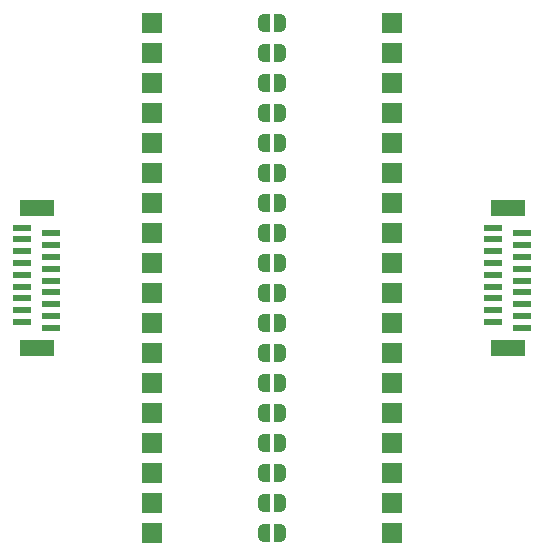
<source format=gbr>
%TF.GenerationSoftware,KiCad,Pcbnew,7.0.7-7.0.7~ubuntu22.04.1*%
%TF.CreationDate,2023-09-08T15:57:27+01:00*%
%TF.ProjectId,bridge,62726964-6765-42e6-9b69-6361645f7063,rev?*%
%TF.SameCoordinates,Original*%
%TF.FileFunction,Soldermask,Top*%
%TF.FilePolarity,Negative*%
%FSLAX46Y46*%
G04 Gerber Fmt 4.6, Leading zero omitted, Abs format (unit mm)*
G04 Created by KiCad (PCBNEW 7.0.7-7.0.7~ubuntu22.04.1) date 2023-09-08 15:57:27*
%MOMM*%
%LPD*%
G01*
G04 APERTURE LIST*
G04 Aperture macros list*
%AMFreePoly0*
4,1,19,0.500000,-0.750000,0.000000,-0.750000,0.000000,-0.744911,-0.071157,-0.744911,-0.207708,-0.704816,-0.327430,-0.627875,-0.420627,-0.520320,-0.479746,-0.390866,-0.500000,-0.250000,-0.500000,0.250000,-0.479746,0.390866,-0.420627,0.520320,-0.327430,0.627875,-0.207708,0.704816,-0.071157,0.744911,0.000000,0.744911,0.000000,0.750000,0.500000,0.750000,0.500000,-0.750000,0.500000,-0.750000,
$1*%
%AMFreePoly1*
4,1,19,0.000000,0.744911,0.071157,0.744911,0.207708,0.704816,0.327430,0.627875,0.420627,0.520320,0.479746,0.390866,0.500000,0.250000,0.500000,-0.250000,0.479746,-0.390866,0.420627,-0.520320,0.327430,-0.627875,0.207708,-0.704816,0.071157,-0.744911,0.000000,-0.744911,0.000000,-0.750000,-0.500000,-0.750000,-0.500000,0.750000,0.000000,0.750000,0.000000,0.744911,0.000000,0.744911,
$1*%
G04 Aperture macros list end*
%ADD10R,1.700000X1.700000*%
%ADD11FreePoly0,180.000000*%
%ADD12FreePoly1,180.000000*%
%ADD13R,1.600200X0.508000*%
%ADD14R,2.895600X1.397000*%
G04 APERTURE END LIST*
D10*
%TO.C,TP15*%
X140160000Y-123970000D03*
%TD*%
D11*
%TO.C,JP9*%
X130650000Y-108730000D03*
D12*
X129350000Y-108730000D03*
%TD*%
D11*
%TO.C,JP14*%
X130650000Y-121430000D03*
D12*
X129350000Y-121430000D03*
%TD*%
D10*
%TO.C,TP19*%
X119840000Y-88410000D03*
%TD*%
%TO.C,TP12*%
X140160000Y-116350000D03*
%TD*%
%TO.C,TP7*%
X140160000Y-103650000D03*
%TD*%
%TO.C,TP31*%
X119840000Y-118890000D03*
%TD*%
%TO.C,TP10*%
X140160000Y-111270000D03*
%TD*%
%TO.C,TP35*%
X119840000Y-129050000D03*
%TD*%
%TO.C,TP11*%
X140160000Y-113810000D03*
%TD*%
%TO.C,TP33*%
X119840000Y-123970000D03*
%TD*%
%TO.C,TP5*%
X140160000Y-98570000D03*
%TD*%
D11*
%TO.C,JP11*%
X130650000Y-113810000D03*
D12*
X129350000Y-113810000D03*
%TD*%
D11*
%TO.C,JP5*%
X130650000Y-98570000D03*
D12*
X129350000Y-98570000D03*
%TD*%
D10*
%TO.C,TP13*%
X140160000Y-118890000D03*
%TD*%
%TO.C,TP28*%
X119840000Y-111270000D03*
%TD*%
D13*
%TO.C,J1*%
X151143000Y-114249999D03*
X148730000Y-113750000D03*
X151143000Y-113250001D03*
X148730000Y-112749999D03*
X151143000Y-112250000D03*
X148730000Y-111749999D03*
X151143000Y-111250000D03*
X148730000Y-110750001D03*
X151143000Y-110249999D03*
X148730000Y-109750000D03*
X151143000Y-109250001D03*
X148730000Y-108750000D03*
X151143000Y-108250001D03*
X148730000Y-107749999D03*
X151143000Y-107250000D03*
X148730000Y-106750001D03*
X151143000Y-106250000D03*
X148730000Y-105750001D03*
D14*
X149949200Y-115943600D03*
X149949200Y-104056400D03*
%TD*%
D10*
%TO.C,TP16*%
X140160000Y-126510000D03*
%TD*%
%TO.C,TP1*%
X140160000Y-88410000D03*
%TD*%
%TO.C,TP20*%
X119840000Y-90950000D03*
%TD*%
%TO.C,TP26*%
X119840000Y-106190000D03*
%TD*%
D11*
%TO.C,JP7*%
X130650000Y-103650000D03*
D12*
X129350000Y-103650000D03*
%TD*%
D10*
%TO.C,TP25*%
X119840000Y-103650000D03*
%TD*%
%TO.C,TP4*%
X140160000Y-96030000D03*
%TD*%
D11*
%TO.C,JP1*%
X130650000Y-88410000D03*
D12*
X129350000Y-88410000D03*
%TD*%
D11*
%TO.C,JP4*%
X130650000Y-96030000D03*
D12*
X129350000Y-96030000D03*
%TD*%
D10*
%TO.C,TP34*%
X119840000Y-126510000D03*
%TD*%
%TO.C,TP30*%
X119840000Y-116350000D03*
%TD*%
D11*
%TO.C,JP13*%
X130650000Y-118890000D03*
D12*
X129350000Y-118890000D03*
%TD*%
D10*
%TO.C,TP18*%
X140160000Y-131590000D03*
%TD*%
%TO.C,TP23*%
X119840000Y-98570000D03*
%TD*%
%TO.C,TP8*%
X140160000Y-106190000D03*
%TD*%
%TO.C,TP14*%
X140160000Y-121430000D03*
%TD*%
D11*
%TO.C,JP8*%
X130650000Y-106190000D03*
D12*
X129350000Y-106190000D03*
%TD*%
D10*
%TO.C,TP36*%
X119840000Y-131590000D03*
%TD*%
%TO.C,TP2*%
X140160000Y-90950000D03*
%TD*%
D11*
%TO.C,JP15*%
X130650000Y-123970000D03*
D12*
X129350000Y-123970000D03*
%TD*%
D11*
%TO.C,JP16*%
X130650000Y-126510000D03*
D12*
X129350000Y-126510000D03*
%TD*%
D10*
%TO.C,TP6*%
X140160000Y-101110000D03*
%TD*%
%TO.C,TP22*%
X119840000Y-96030000D03*
%TD*%
D11*
%TO.C,JP10*%
X130650000Y-111270000D03*
D12*
X129350000Y-111270000D03*
%TD*%
D13*
%TO.C,J2*%
X108857000Y-105750001D03*
X111270000Y-106250000D03*
X108857000Y-106749999D03*
X111270000Y-107250001D03*
X108857000Y-107750000D03*
X111270000Y-108250001D03*
X108857000Y-108750000D03*
X111270000Y-109249999D03*
X108857000Y-109750001D03*
X111270000Y-110250000D03*
X108857000Y-110749999D03*
X111270000Y-111250000D03*
X108857000Y-111749999D03*
X111270000Y-112250001D03*
X108857000Y-112750000D03*
X111270000Y-113249999D03*
X108857000Y-113750000D03*
X111270000Y-114249999D03*
D14*
X110050800Y-104056400D03*
X110050800Y-115943600D03*
%TD*%
D11*
%TO.C,JP2*%
X130650000Y-90950000D03*
D12*
X129350000Y-90950000D03*
%TD*%
D10*
%TO.C,TP32*%
X119840000Y-121430000D03*
%TD*%
%TO.C,TP29*%
X119840000Y-113810000D03*
%TD*%
D11*
%TO.C,JP17*%
X130650000Y-129050000D03*
D12*
X129350000Y-129050000D03*
%TD*%
D10*
%TO.C,TP21*%
X119840000Y-93490000D03*
%TD*%
%TO.C,TP24*%
X119840000Y-101110000D03*
%TD*%
D11*
%TO.C,JP18*%
X130650000Y-131590000D03*
D12*
X129350000Y-131590000D03*
%TD*%
D10*
%TO.C,TP27*%
X119840000Y-108730000D03*
%TD*%
%TO.C,TP17*%
X140160000Y-129050000D03*
%TD*%
D11*
%TO.C,JP6*%
X130650000Y-101110000D03*
D12*
X129350000Y-101110000D03*
%TD*%
D11*
%TO.C,JP12*%
X130650000Y-116350000D03*
D12*
X129350000Y-116350000D03*
%TD*%
D11*
%TO.C,JP3*%
X130650000Y-93490000D03*
D12*
X129350000Y-93490000D03*
%TD*%
D10*
%TO.C,TP9*%
X140160000Y-108730000D03*
%TD*%
%TO.C,TP3*%
X140160000Y-93490000D03*
%TD*%
M02*

</source>
